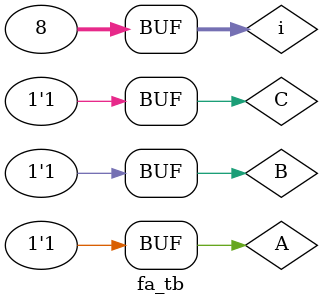
<source format=v>
module fa(input a,b,c, output sum,cout);
	assign sum=a^b^c;
	assign cout=(a&b)|(b&c)|(a&c);
endmodule

module fa_tb;
	reg A,B,C;
	wire S,Z;
	integer i;

	fa a1(.a(A), .b(B), .c(C), .sum(S), .cout(Z));
initial begin
	$monitor("Inputs: A=%d, B=%d, C=%d, Outputs: S=%d, Z=&d",A,B,C,S,Z);
	for (i=0;i<8;i=i+1)
begin
	{A,B,C}=i;
	#5;
end
end
endmodule


</source>
